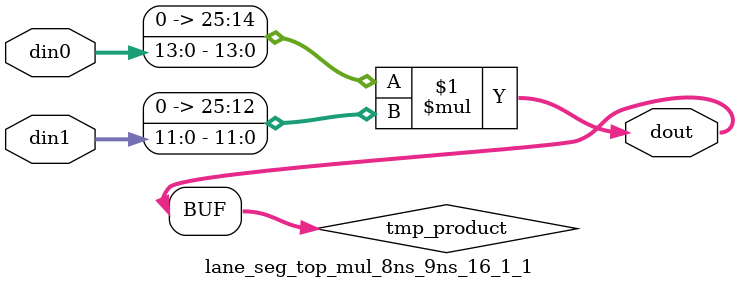
<source format=v>

`timescale 1 ns / 1 ps

  module lane_seg_top_mul_8ns_9ns_16_1_1(din0, din1, dout);
parameter ID = 1;
parameter NUM_STAGE = 0;
parameter din0_WIDTH = 14;
parameter din1_WIDTH = 12;
parameter dout_WIDTH = 26;

input [din0_WIDTH - 1 : 0] din0; 
input [din1_WIDTH - 1 : 0] din1; 
output [dout_WIDTH - 1 : 0] dout;

wire signed [dout_WIDTH - 1 : 0] tmp_product;










assign tmp_product = $signed({1'b0, din0}) * $signed({1'b0, din1});











assign dout = tmp_product;







endmodule

</source>
